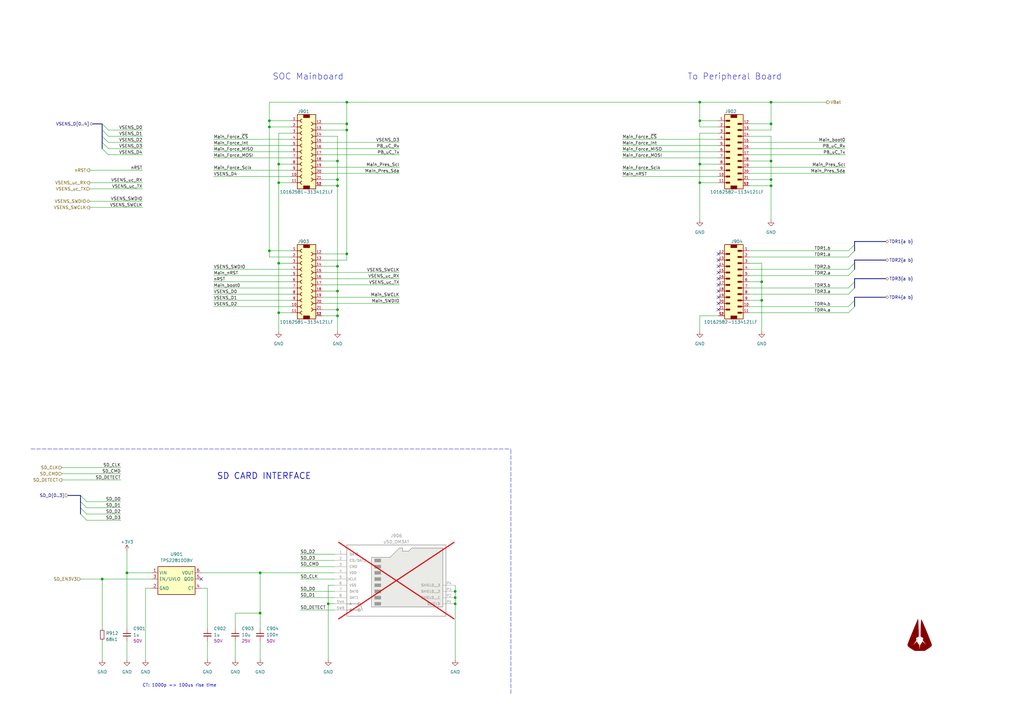
<source format=kicad_sch>
(kicad_sch (version 20230121) (generator eeschema)
  (paper "A3")
  (title_block (title "Velocity Sensor - Version 04") (date "2023-09-07") (rev "A") (company "Swiss Ocean Tech AG") (comment 1 "Designer: SNI, EVE"))
  (lib_symbols
    (symbol "Device:C_Small" (pin_numbers hide) (pin_names (offset 0.254) hide)
      (property "Reference" "C" (at 0.254 1.778 0))
      (property "Value" "C_Small" (at 0.254 -2.032 0))
      (symbol "C_Small_0_1"
        (polyline (pts (xy -1.524 -0.508) (xy 1.524 -0.508)) (stroke (width 0.3302)))
        (polyline (pts (xy -1.524 0.508) (xy 1.524 0.508)) (stroke (width 0.3048)))
      )
      (symbol "C_Small_1_1"
        (pin passive line (at 0 2.54 270) (length 2.032) (name "~") (number "1"))
        (pin passive line (at 0 -2.54 90) (length 2.032) (name "~") (number "2"))
      )
    )
    (symbol "Device:R_Small" (pin_numbers hide) (pin_names (offset 0.254) hide)
      (property "Reference" "R" (at 0.762 0.508 0))
      (property "Value" "R_Small" (at 0.762 -1.016 0))
      (symbol "R_Small_0_1"
        (rectangle (start -0.762 1.778) (end 0.762 -1.778) (stroke (width 0.2032)))
      )
      (symbol "R_Small_1_1"
        (pin passive line (at 0 2.54 270) (length 0.762) (name "~") (number "1"))
        (pin passive line (at 0 -2.54 90) (length 0.762) (name "~") (number "2"))
      )
    )
    (symbol "GND_1" (power) (pin_names (offset 0))
      (property "Value" "GND_1" (at 0 -3.81 0))
      (symbol "GND_1_0_1"
        (polyline (pts (xy 0 0) (xy 0 -1.27) (xy 1.27 -1.27) (xy 0 -2.54) (xy -1.27 -1.27) (xy 0 -1.27)))
      )
      (symbol "GND_1_1_1"
        (pin power_in line (at 0 0 270) (length 0) hide (name "GND") (number "1"))
      )
    )
    (symbol "SOC_Connectors:10162581-3134121LF_F" (pin_names (offset 1.016) hide)
      (property "Reference" "J" (at -7.62 19.05 0))
      (property "Value" "10162581-3134121LF" (at -7.62 -20.32 0))
      (symbol "10162581-3134121LF_F_0_0"
        (rectangle (start -3.81 17.78) (end 3.81 -12.7) (stroke (width 0.254)) (fill (type background)))
        (arc (start -1.905 -9.525) (mid -2.5373 -10.16) (end -1.905 -10.795) (stroke (width 0.254)))
        (arc (start -1.905 -6.985) (mid -2.5373 -7.62) (end -1.905 -8.255) (stroke (width 0.254)))
        (arc (start -1.905 -4.445) (mid -2.5373 -5.08) (end -1.905 -5.715) (stroke (width 0.254)))
        (arc (start -1.905 -1.905) (mid -2.5373 -2.54) (end -1.905 -3.175) (stroke (width 0.254)))
        (arc (start -1.905 0.635) (mid -2.5373 0) (end -1.905 -0.635) (stroke (width 0.254)))
        (arc (start -1.905 3.175) (mid -2.5373 2.54) (end -1.905 1.905) (stroke (width 0.254)))
        (arc (start -1.905 5.715) (mid -2.5373 5.08) (end -1.905 4.445) (stroke (width 0.254)))
        (arc (start -1.905 8.255) (mid -2.5373 7.62) (end -1.905 6.985) (stroke (width 0.254)))
        (arc (start -1.905 10.795) (mid -2.5373 10.16) (end -1.905 9.525) (stroke (width 0.254)))
        (arc (start -1.905 13.335) (mid -2.5373 12.7) (end -1.905 12.065) (stroke (width 0.254)))
        (arc (start -1.905 15.875) (mid -2.5373 15.24) (end -1.905 14.605) (stroke (width 0.254)))
        (polyline (pts (xy -3.81 -10.16) (xy -2.54 -10.16)) (stroke (width 0.254)))
        (polyline (pts (xy -3.81 -7.62) (xy -2.54 -7.62)) (stroke (width 0.254)))
        (polyline (pts (xy -3.81 -5.08) (xy -2.54 -5.08)) (stroke (width 0.254)))
        (polyline (pts (xy -3.81 -2.54) (xy -2.54 -2.54)) (stroke (width 0.254)))
        (polyline (pts (xy -3.81 0) (xy -2.54 0)) (stroke (width 0.254)))
        (polyline (pts (xy -3.81 2.54) (xy -2.54 2.54)) (stroke (width 0.254)))
        (polyline (pts (xy -3.81 5.08) (xy -2.54 5.08)) (stroke (width 0.254)))
        (polyline (pts (xy -3.81 7.62) (xy -2.54 7.62)) (stroke (width 0.254)))
        (polyline (pts (xy -3.81 10.16) (xy -2.54 10.16)) (stroke (width 0.254)))
        (polyline (pts (xy -3.81 12.7) (xy -2.54 12.7)) (stroke (width 0.254)))
        (polyline (pts (xy -3.81 15.24) (xy -2.54 15.24)) (stroke (width 0.254)))
        (polyline (pts (xy 3.81 -8.89) (xy 2.54 -8.89)) (stroke (width 0.254)))
        (polyline (pts (xy 3.81 -6.35) (xy 2.54 -6.35)) (stroke (width 0.254)))
        (polyline (pts (xy 3.81 -3.81) (xy 2.54 -3.81)) (stroke (width 0.254)))
        (polyline (pts (xy 3.81 -1.27) (xy 2.54 -1.27)) (stroke (width 0.254)))
        (polyline (pts (xy 3.81 1.27) (xy 2.54 1.27)) (stroke (width 0.254)))
        (polyline (pts (xy 3.81 3.81) (xy 2.54 3.81)) (stroke (width 0.254)))
        (polyline (pts (xy 3.81 6.35) (xy 2.54 6.35)) (stroke (width 0.254)))
        (polyline (pts (xy 3.81 8.89) (xy 2.54 8.89)) (stroke (width 0.254)))
        (polyline (pts (xy 3.81 11.43) (xy 2.54 11.43)) (stroke (width 0.254)))
        (polyline (pts (xy 3.81 13.97) (xy 2.54 13.97)) (stroke (width 0.254)))
        (arc (start 1.905 -9.525) (mid 2.5373 -8.89) (end 1.905 -8.255) (stroke (width 0.254)))
        (arc (start 1.905 -6.985) (mid 2.5373 -6.35) (end 1.905 -5.715) (stroke (width 0.254)))
        (arc (start 1.905 -4.445) (mid 2.5373 -3.81) (end 1.905 -3.175) (stroke (width 0.254)))
        (arc (start 1.905 -1.905) (mid 2.5373 -1.27) (end 1.905 -0.635) (stroke (width 0.254)))
        (arc (start 1.905 0.635) (mid 2.5373 1.27) (end 1.905 1.905) (stroke (width 0.254)))
        (arc (start 1.905 3.175) (mid 2.5373 3.81) (end 1.905 4.445) (stroke (width 0.254)))
        (arc (start 1.905 5.715) (mid 2.5373 6.35) (end 1.905 6.985) (stroke (width 0.254)))
        (arc (start 1.905 8.255) (mid 2.5373 8.89) (end 1.905 9.525) (stroke (width 0.254)))
        (arc (start 1.905 10.795) (mid 2.5373 11.43) (end 1.905 12.065) (stroke (width 0.254)))
        (arc (start 1.905 13.335) (mid 2.5373 13.97) (end 1.905 14.605) (stroke (width 0.254)))
        (pin passive line (at -6.35 15.24 0) (length 2.54) (name "1") (number "1"))
        (pin passive line (at -6.35 -7.62 0) (length 2.54) (name "10") (number "10"))
        (pin passive line (at -6.35 -10.16 0) (length 2.54) (name "11") (number "11"))
        (pin passive line (at 6.35 13.97 180) (length 2.54) (name "12") (number "12"))
        (pin passive line (at 6.35 11.43 180) (length 2.54) (name "13") (number "13"))
        (pin passive line (at 6.35 8.89 180) (length 2.54) (name "14") (number "14"))
        (pin passive line (at 6.35 6.35 180) (length 2.54) (name "15") (number "15"))
        (pin passive line (at 6.35 3.81 180) (length 2.54) (name "16") (number "16"))
        (pin passive line (at 6.35 1.27 180) (length 2.54) (name "17") (number "17"))
        (pin passive line (at 6.35 -1.27 180) (length 2.54) (name "18") (number "18"))
        (pin passive line (at 6.35 -3.81 180) (length 2.54) (name "19") (number "19"))
        (pin passive line (at -6.35 12.7 0) (length 2.54) (name "2") (number "2"))
        (pin passive line (at 6.35 -6.35 180) (length 2.54) (name "20") (number "20"))
        (pin passive line (at 6.35 -8.89 180) (length 2.54) (name "21") (number "21"))
        (pin passive line (at -6.35 10.16 0) (length 2.54) (name "3") (number "3"))
        (pin passive line (at -6.35 7.62 0) (length 2.54) (name "4") (number "4"))
        (pin passive line (at -6.35 5.08 0) (length 2.54) (name "5") (number "5"))
        (pin passive line (at -6.35 2.54 0) (length 2.54) (name "6") (number "6"))
        (pin passive line (at -6.35 0 0) (length 2.54) (name "7") (number "7"))
        (pin passive line (at -6.35 -2.54 0) (length 2.54) (name "8") (number "8"))
        (pin passive line (at -6.35 -5.08 0) (length 2.54) (name "9") (number "9"))
        (pin passive line (at 6.35 -11.43 180) (length 2.54) (name "SHIELD") (number "S1"))
        (pin passive line (at 6.35 -11.43 180) (length 2.54) (name "SHIELD") (number "S2"))
      )
      (symbol "10162581-3134121LF_F_1_1"
        (rectangle (start -1.27 -11.43) (end 1.27 -12.7) (fill (type outline)))
        (rectangle (start -1.27 17.78) (end 1.27 16.51) (fill (type outline)))
      )
    )
    (symbol "SOC_Connectors:10162582-1134121LF_M" (pin_names (offset 1.016) hide)
      (property "Reference" "J" (at -3.81 19.05 0))
      (property "Value" "10162582-1134121LF" (at -10.16 -15.24 0))
      (symbol "10162582-1134121LF_M_0_0"
        (rectangle (start -3.81 17.78) (end 3.81 -12.7) (stroke (width 0.254)) (fill (type background)))
        (rectangle (start -3.175 -10.4775) (end -1.5875 -9.8425) (stroke (width 0.1)) (fill (type outline)))
        (rectangle (start -3.175 -7.9375) (end -1.5875 -7.3025) (stroke (width 0.1)) (fill (type outline)))
        (rectangle (start -3.175 -5.3975) (end -1.5875 -4.7625) (stroke (width 0.1)) (fill (type outline)))
        (rectangle (start -3.175 -2.8575) (end -1.5875 -2.2225) (stroke (width 0.1)) (fill (type outline)))
        (rectangle (start -3.175 -0.3175) (end -1.5875 0.3175) (stroke (width 0.1)) (fill (type outline)))
        (rectangle (start -3.175 2.2225) (end -1.5875 2.8575) (stroke (width 0.1)) (fill (type outline)))
        (rectangle (start -3.175 4.7625) (end -1.5875 5.3975) (stroke (width 0.1)) (fill (type outline)))
        (rectangle (start -3.175 7.3025) (end -1.5875 7.9375) (stroke (width 0.1)) (fill (type outline)))
        (rectangle (start -3.175 9.8425) (end -1.5875 10.4775) (stroke (width 0.1)) (fill (type outline)))
        (rectangle (start -3.175 12.3825) (end -1.5875 13.0175) (stroke (width 0.1)) (fill (type outline)))
        (rectangle (start -3.175 14.9225) (end -1.5875 15.5575) (stroke (width 0.1)) (fill (type outline)))
        (polyline (pts (xy -3.81 -10.16) (xy -1.905 -10.16)) (stroke (width 0.254)))
        (polyline (pts (xy -3.81 -7.62) (xy -1.905 -7.62)) (stroke (width 0.254)))
        (polyline (pts (xy -3.81 -5.08) (xy -1.905 -5.08)) (stroke (width 0.254)))
        (polyline (pts (xy -3.81 -2.54) (xy -1.905 -2.54)) (stroke (width 0.254)))
        (polyline (pts (xy -3.81 0) (xy -1.905 0)) (stroke (width 0.254)))
        (polyline (pts (xy -3.81 2.54) (xy -1.905 2.54)) (stroke (width 0.254)))
        (polyline (pts (xy -3.81 5.08) (xy -1.905 5.08)) (stroke (width 0.254)))
        (polyline (pts (xy -3.81 7.62) (xy -1.905 7.62)) (stroke (width 0.254)))
        (polyline (pts (xy -3.81 10.16) (xy -1.905 10.16)) (stroke (width 0.254)))
        (polyline (pts (xy -3.81 12.7) (xy -1.905 12.7)) (stroke (width 0.254)))
        (polyline (pts (xy -3.81 15.24) (xy -1.905 15.24)) (stroke (width 0.254)))
        (polyline (pts (xy 3.81 -8.89) (xy 1.905 -8.89)) (stroke (width 0.254)))
        (polyline (pts (xy 3.81 -6.35) (xy 1.905 -6.35)) (stroke (width 0.254)))
        (polyline (pts (xy 3.81 -3.81) (xy 1.905 -3.81)) (stroke (width 0.254)))
        (polyline (pts (xy 3.81 -1.27) (xy 1.905 -1.27)) (stroke (width 0.254)))
        (polyline (pts (xy 3.81 1.27) (xy 1.905 1.27)) (stroke (width 0.254)))
        (polyline (pts (xy 3.81 3.81) (xy 1.905 3.81)) (stroke (width 0.254)))
        (polyline (pts (xy 3.81 6.35) (xy 1.905 6.35)) (stroke (width 0.254)))
        (polyline (pts (xy 3.81 8.89) (xy 1.905 8.89)) (stroke (width 0.254)))
        (polyline (pts (xy 3.81 11.43) (xy 1.905 11.43)) (stroke (width 0.254)))
        (polyline (pts (xy 3.81 13.97) (xy 1.905 13.97)) (stroke (width 0.254)))
        (rectangle (start 3.175 -9.2075) (end 1.5875 -8.5725) (stroke (width 0.1)) (fill (type outline)))
        (rectangle (start 3.175 -6.6675) (end 1.5875 -6.0325) (stroke (width 0.1)) (fill (type outline)))
        (rectangle (start 3.175 -4.1275) (end 1.5875 -3.4925) (stroke (width 0.1)) (fill (type outline)))
        (rectangle (start 3.175 -1.5875) (end 1.5875 -0.9525) (stroke (width 0.1)) (fill (type outline)))
        (rectangle (start 3.175 0.9525) (end 1.5875 1.5875) (stroke (width 0.1)) (fill (type outline)))
        (rectangle (start 3.175 3.4925) (end 1.5875 4.1275) (stroke (width 0.1)) (fill (type outline)))
        (rectangle (start 3.175 6.0325) (end 1.5875 6.6675) (stroke (width 0.1)) (fill (type outline)))
        (rectangle (start 3.175 8.5725) (end 1.5875 9.2075) (stroke (width 0.1)) (fill (type outline)))
        (rectangle (start 3.175 11.1125) (end 1.5875 11.7475) (stroke (width 0.1)) (fill (type outline)))
        (rectangle (start 3.175 13.6525) (end 1.5875 14.2875) (stroke (width 0.1)) (fill (type outline)))
        (pin passive line (at -6.35 15.24 0) (length 2.54) (name "1") (number "1"))
        (pin passive line (at -6.35 -7.62 0) (length 2.54) (name "10") (number "10"))
        (pin passive line (at -6.35 -10.16 0) (length 2.54) (name "11") (number "11"))
        (pin passive line (at 6.35 13.97 180) (length 2.54) (name "12") (number "12"))
        (pin passive line (at 6.35 11.43 180) (length 2.54) (name "13") (number "13"))
        (pin passive line (at 6.35 8.89 180) (length 2.54) (name "14") (number "14"))
        (pin passive line (at 6.35 6.35 180) (length 2.54) (name "15") (number "15"))
        (pin passive line (at 6.35 3.81 180) (length 2.54) (name "16") (number "16"))
        (pin passive line (at 6.35 1.27 180) (length 2.54) (name "17") (number "17"))
        (pin passive line (at 6.35 -1.27 180) (length 2.54) (name "18") (number "18"))
        (pin passive line (at 6.35 -3.81 180) (length 2.54) (name "19") (number "19"))
        (pin passive line (at -6.35 12.7 0) (length 2.54) (name "2") (number "2"))
        (pin passive line (at 6.35 -6.35 180) (length 2.54) (name "20") (number "20"))
        (pin passive line (at 6.35 -8.89 180) (length 2.54) (name "21") (number "21"))
        (pin passive line (at -6.35 10.16 0) (length 2.54) (name "3") (number "3"))
        (pin passive line (at -6.35 7.62 0) (length 2.54) (name "4") (number "4"))
        (pin passive line (at -6.35 5.08 0) (length 2.54) (name "5") (number "5"))
        (pin passive line (at -6.35 2.54 0) (length 2.54) (name "6") (number "6"))
        (pin passive line (at -6.35 0 0) (length 2.54) (name "7") (number "7"))
        (pin passive line (at -6.35 -2.54 0) (length 2.54) (name "8") (number "8"))
        (pin passive line (at -6.35 -5.08 0) (length 2.54) (name "9") (number "9"))
        (pin passive line (at 6.35 -11.43 180) (length 2.54) (name "SHIELD") (number "S1"))
        (pin passive line (at 6.35 -11.43 180) (length 2.54) (name "SHIELD") (number "S2"))
      )
      (symbol "10162582-1134121LF_M_1_1"
        (rectangle (start -1.27 -11.43) (end 1.27 -12.7) (fill (type outline)))
        (rectangle (start -1.27 17.78) (end 1.27 16.51) (fill (type outline)))
      )
    )
    (symbol "SOC_Connectors:DM3AT-SF-PEJM5" (pin_names (offset 1.016))
      (property "Reference" "J" (at 45.72 11.43 0))
      (property "Value" "uSD_DM3AT" (at 74.93 -21.59 0))
      (symbol "DM3AT-SF-PEJM5_0_0"
        (polyline (pts (xy 45.72 -16.51) (xy 50.8 -16.51)) (stroke (width 0.254)))
        (polyline (pts (xy 45.72 -13.97) (xy 50.8 -13.97)) (stroke (width 0.254)))
        (polyline (pts (xy 51.308 -13.97) (xy 52.07 -16.51)) (stroke (width 0.254)))
        (circle (center 50.8 -16.51) (radius 0.508) (stroke (width 0.254)))
        (circle (center 50.8 -13.97) (radius 0.508) (stroke (width 0.254)))
        (pin bidirectional line (at 40.64 6.35 0) (length 5.08) (name "DAT2") (number "1"))
        (pin bidirectional line (at 40.64 3.81 0) (length 5.08) (name "CD/DAT3") (number "2"))
        (pin bidirectional line (at 40.64 1.27 0) (length 5.08) (name "CMD") (number "3"))
        (pin power_in line (at 40.64 -1.27 0) (length 5.08) (name "VDD") (number "4"))
        (pin bidirectional clock (at 40.64 -3.81 0) (length 5.08) (name "CLK") (number "5"))
        (pin power_in line (at 40.64 -6.35 0) (length 5.08) (name "VSS") (number "6"))
        (pin bidirectional line (at 40.64 -8.89 0) (length 5.08) (name "DAT0") (number "7"))
        (pin bidirectional line (at 40.64 -11.43 0) (length 5.08) (name "DAT1") (number "8"))
        (pin passive line (at 90.17 -13.97 180) (length 5.08) (name "SHIELD") (number "P1"))
        (pin passive line (at 90.17 -11.43 180) (length 5.08) (name "SHIELD__1") (number "P2"))
        (pin passive line (at 90.17 -8.89 180) (length 5.08) (name "SHIELD__2") (number "P3"))
        (pin passive line (at 90.17 -6.35 180) (length 5.08) (name "SHIELD__3") (number "P4"))
        (pin bidirectional line (at 40.64 -13.97 0) (length 5.08) (name "A") (number "SWA"))
        (pin bidirectional line (at 40.64 -16.51 0) (length 5.08) (name "B") (number "SWB"))
      )
      (symbol "DM3AT-SF-PEJM5_0_1"
        (polyline (pts (xy 86.36 -3.81) (xy 86.36 10.16) (xy 45.72 10.16) (xy 45.72 -19.05) (xy 86.36 -19.05) (xy 86.36 -3.81)) (stroke (width 0.254)))
        (polyline (pts (xy 55.88 -15.24) (xy 55.88 5.08) (xy 63.5 5.08) (xy 67.31 8.89) (xy 68.58 8.89) (xy 68.58 7.62) (xy 71.12 7.62) (xy 72.39 8.89) (xy 85.09 8.89) (xy 85.09 -15.24) (xy 55.88 -15.24)) (stroke (width 0.254)) (fill (type background)))
        (rectangle (start 57.15 -13.335) (end 59.69 -14.605) (fill (type outline)))
        (rectangle (start 57.15 -10.795) (end 59.69 -12.065) (fill (type outline)))
        (rectangle (start 57.15 -8.255) (end 59.69 -9.525) (fill (type outline)))
        (rectangle (start 57.15 -5.715) (end 59.69 -6.985) (fill (type outline)))
        (rectangle (start 57.15 -3.175) (end 59.69 -4.445) (fill (type outline)))
        (rectangle (start 57.15 -0.635) (end 59.69 -1.905) (fill (type outline)))
        (rectangle (start 57.15 1.905) (end 59.69 0.635) (fill (type outline)))
        (rectangle (start 57.15 4.445) (end 59.69 3.175) (fill (type outline)))
      )
    )
    (symbol "SOC_Logo:LOGO_AGU" (pin_names (offset 1.016))
      (symbol "LOGO_AGU_0_0"
        (polyline (pts (xy 0.0878 -6.5817) (xy 2.0806 -6.5616) (xy 3.3428 -5.7571) (xy 3.7441 -5.4975) (xy 4.1782 -5.1993) (xy 4.4948 -4.9505) (xy 4.7116 -4.7326) (xy 4.8463 -4.5267) (xy 4.9169 -4.3143) (xy 4.9409 -4.0766) (xy 4.9154 -3.9495) (xy 4.8325 -3.6865) (xy 4.6982 -3.3067) (xy 4.5188 -2.8254) (xy 4.3007 -2.2577) (xy 4.05 -1.619) (xy 3.7733 -0.9245) (xy 3.4766 -0.1893) (xy 3.1665 0.5711) (xy 2.8491 1.3417) (xy 2.5308 2.1072) (xy 2.2179 2.8523) (xy 1.9167 3.5617) (xy 1.6335 4.2204) (xy 1.3746 4.8129) (xy 1.1463 5.3242) (xy 0.9549 5.7389) (xy 0.8068 6.0417) (xy 0.7083 6.2176) (xy 0.6655 6.2512) (xy 0.6594 6.2245) (xy 0.6355 6.0296) (xy 0.609 5.6969) (xy 0.5808 5.2509) (xy 0.552 4.7161) (xy 0.5238 4.117) (xy 0.497 3.4782) (xy 0.4728 2.8243) (xy 0.4522 2.1797) (xy 0.4363 1.569) (xy 0.4261 1.0167) (xy 0.4226 0.5474) (xy 0.4233 -0.7256) (xy 0.9737 -0.997) (xy 1.0044 -1.0123) (xy 1.2673 -1.1558) (xy 1.4534 -1.2798) (xy 1.524 -1.3587) (xy 1.52 -1.3999) (xy 1.486 -1.5814) (xy 1.4284 -1.8285) (xy 1.3328 -2.2081) (xy 2.069 -3.3265) (xy 2.8051 -4.445) (xy 1.9857 -3.6149) (xy 1.8886 -3.5169) (xy 1.6022 -3.2321) (xy 1.368 -3.0054) (xy 1.2078 -2.8578) (xy 1.1438 -2.8106) (xy 1.1291 -2.8341) (xy 1.0553 -2.9712) (xy 0.9465 -3.1834) (xy 0.8709 -3.3218) (xy 0.6802 -3.628) (xy 0.4746 -3.9194) (xy 0.4606 -3.9379) (xy 0.328 -4.1239) (xy 0.241 -4.2924) (xy 0.1861 -4.4902) (xy 0.1499 -4.7638) (xy 0.1191 -5.1598) (xy 0.0991 -5.4109) (xy 0.0656 -5.7207) (xy 0.0311 -5.9327) (xy 0.0006 -6.0113) (xy -0.0192 -5.9745) (xy -0.0524 -5.8018) (xy -0.0859 -5.52) (xy -0.1147 -5.1648) (xy -0.1178 -5.1177) (xy -0.1471 -4.7382) (xy -0.1835 -4.476) (xy -0.2406 -4.2844) (xy -0.3319 -4.1161) (xy -0.4709 -3.9244) (xy -0.5847 -3.7681) (xy -0.7898 -3.4569) (xy -0.9465 -3.1834) (xy -1 -3.0781) (xy -1.0944 -2.8962) (xy -1.1401 -2.8143) (xy -1.1482 -2.8175) (xy -1.244 -2.8995) (xy -1.4299 -3.0744) (xy -1.6837 -3.3211) (xy -1.9833 -3.6186) (xy -2.8079 -4.445) (xy -2.0704 -3.3265) (xy -1.3329 -2.2081) (xy -1.4284 -1.8285) (xy -1.4555 -1.7172) (xy -1.5046 -1.4903) (xy -1.524 -1.3587) (xy -1.5232 -1.3532) (xy -1.4385 -1.2683) (xy -1.2425 -1.1411) (xy -0.9737 -0.997) (xy -0.4233 -0.7256) (xy -0.422 0.5474) (xy -0.4224 0.7045) (xy -0.4282 1.1676) (xy -0.4401 1.708) (xy -0.457 2.3034) (xy -0.478 2.9313) (xy -0.5022 3.5693) (xy -0.5285 4.195) (xy -0.556 4.7859) (xy -0.5837 5.3197) (xy -0.6106 5.7739) (xy -0.6359 6.1261) (xy -0.6584 6.3538) (xy -0.6772 6.4347) (xy -0.6851 6.4237) (xy -0.748 6.2919) (xy -0.8679 6.0213) (xy -1.0392 5.6251) (xy -1.2564 5.1162) (xy -1.5139 4.5075) (xy -1.8064 3.8121) (xy -2.1282 3.043) (xy -2.4739 2.213) (xy -2.838 1.3353) (xy -3.0126 0.9132) (xy -3.4507 -0.1505) (xy -3.8259 -1.0691) (xy -4.1412 -1.8502) (xy -4.3995 -2.5015) (xy -4.6039 -3.0306) (xy -4.7572 -3.4451) (xy -4.8625 -3.7527) (xy -4.9228 -3.9611) (xy -4.9409 -4.0779) (xy -4.9399 -4.1077) (xy -4.9062 -4.3573) (xy -4.8153 -4.583) (xy -4.6487 -4.8055) (xy -4.3879 -5.0452) (xy -4.0142 -5.3226) (xy -3.5091 -5.6582) (xy -3.3266 -5.7751) (xy -2.9347 -6.0221) (xy -2.588 -6.2356) (xy -2.3187 -6.3957) (xy -2.159 -6.4828) (xy -2.1376 -6.4921) (xy -2.0042 -6.5296) (xy -1.8028 -6.5568) (xy -1.5131 -6.5748) (xy -1.115 -6.5843) (xy -0.5881 -6.5863) (xy 0.0878 -6.5817)) (stroke (width 0.01)) (fill (type outline)))
      )
    )
    (symbol "SOC_Power:TPS22810DBV"
      (property "Reference" "U" (at -6.35 6.35 0))
      (property "Value" "TPS22810DBV" (at -1.27 -7.62 0))
      (symbol "TPS22810DBV_1_1"
        (rectangle (start -7.62 5.08) (end 7.62 -6.35) (stroke (width 0.254)) (fill (type background)))
        (pin power_in line (at -10.16 2.54 0) (length 2.54) (name "VIN") (number "1"))
        (pin power_in line (at -10.16 -3.81 0) (length 2.54) (name "GND") (number "2"))
        (pin input line (at -10.16 0 0) (length 2.54) (name "EN/UVLO") (number "3"))
        (pin output line (at 10.16 -3.81 180) (length 2.54) (name "CT") (number "4"))
        (pin open_collector line (at 10.16 0 180) (length 2.54) (name "QOD") (number "5"))
        (pin power_out line (at 10.16 2.54 180) (length 2.54) (name "VOUT") (number "6"))
      )
    )
    (symbol "power:+3V3" (power) (pin_names (offset 0))
      (property "Value" "+3V3" (at 0 3.556 0))
      (symbol "+3V3_0_1"
        (polyline (pts (xy -0.762 1.27) (xy 0 2.54)))
        (polyline (pts (xy 0 0) (xy 0 2.54)))
        (polyline (pts (xy 0 2.54) (xy 0.762 1.27)))
      )
      (symbol "+3V3_1_1"
        (pin power_in line (at 0 0 90) (length 0) hide (name "+3V3") (number "1"))
      )
    )
    (symbol "power:GND" (power) (pin_names (offset 0))
      (property "Value" "GND" (at 0 -3.81 0))
      (symbol "GND_0_1"
        (polyline (pts (xy 0 0) (xy 0 -1.27) (xy 1.27 -1.27) (xy 0 -2.54) (xy -1.27 -1.27) (xy 0 -1.27)))
      )
      (symbol "GND_1_1"
        (pin power_in line (at 0 0 270) (length 0) hide (name "GND") (number "1"))
      )
    )
  )
  (junction (at 138.43 66.04))
  (junction (at 114.3 67.31))
  (junction (at 287.02 67.31))
  (junction (at 138.43 119.38))
  (junction (at 138.43 109.22))
  (junction (at 41.91 237.49))
  (junction (at 142.24 53.34))
  (junction (at 138.43 76.2))
  (junction (at 287.02 49.53))
  (junction (at 110.49 102.87))
  (junction (at 138.43 127))
  (junction (at 316.23 76.2))
  (junction (at 316.23 66.04))
  (junction (at 114.3 74.93))
  (junction (at 316.23 50.8))
  (junction (at 52.07 234.95))
  (junction (at 186.69 245.11))
  (junction (at 316.23 73.66))
  (junction (at 134.62 247.65))
  (junction (at 110.49 49.53))
  (junction (at 138.43 129.54))
  (junction (at 114.3 107.95))
  (junction (at 142.24 41.91))
  (junction (at 142.24 104.14))
  (junction (at 110.49 52.07))
  (junction (at 186.69 247.65))
  (junction (at 316.23 41.91))
  (junction (at 312.42 123.19))
  (junction (at 106.68 251.46))
  (junction (at 142.24 50.8))
  (junction (at 287.02 41.91))
  (junction (at 186.69 242.57))
  (junction (at 114.3 128.27))
  (junction (at 106.68 234.95))
  (junction (at 138.43 73.66))
  (junction (at 312.42 115.57))
  (junction (at 287.02 74.93))
  (no_connect (at 294.64 116.84))
  (no_connect (at 294.64 111.76))
  (no_connect (at 294.64 121.92))
  (no_connect (at 294.64 106.68))
  (no_connect (at 294.64 124.46))
  (no_connect (at 294.64 114.3))
  (no_connect (at 294.64 127))
  (no_connect (at 294.64 104.14))
  (no_connect (at 82.55 237.49))
  (no_connect (at 294.64 109.22))
  (no_connect (at 294.64 119.38))
  (bus_entry (at 41.91 53.34) (size 2.54 2.54))
  (bus_entry (at 350.52 123.19) (size -2.54 2.54))
  (bus_entry (at 350.52 115.57) (size -2.54 2.54))
  (bus_entry (at 33.02 203.2) (size 2.54 2.54))
  (bus_entry (at 350.52 110.49) (size -2.54 2.54))
  (bus_entry (at 41.91 50.8) (size 2.54 2.54))
  (bus_entry (at 33.02 208.28) (size 2.54 2.54))
  (bus_entry (at 350.52 125.73) (size -2.54 2.54))
  (bus_entry (at 350.52 118.11) (size -2.54 2.54))
  (bus_entry (at 350.52 100.33) (size -2.54 2.54))
  (bus_entry (at 41.91 58.42) (size 2.54 2.54))
  (bus_entry (at 41.91 60.96) (size 2.54 2.54))
  (bus_entry (at 41.91 55.88) (size 2.54 2.54))
  (bus_entry (at 350.52 107.95) (size -2.54 2.54))
  (bus_entry (at 33.02 205.74) (size 2.54 2.54))
  (bus_entry (at 33.02 210.82) (size 2.54 2.54))
  (bus_entry (at 350.52 102.87) (size -2.54 2.54))
  (wire (pts (xy 110.49 52.07) (xy 110.49 49.53)))
  (wire (pts (xy 316.23 73.66) (xy 316.23 66.04)))
  (wire (pts (xy 307.34 58.42) (xy 346.71 58.42)))
  (wire (pts (xy 106.68 251.46) (xy 96.52 251.46)))
  (wire (pts (xy 96.52 262.89) (xy 96.52 270.51)))
  (wire (pts (xy 87.63 120.65) (xy 119.38 120.65)))
  (wire (pts (xy 316.23 90.17) (xy 316.23 76.2)))
  (wire (pts (xy 186.69 247.65) (xy 186.69 270.51)))
  (wire (pts (xy 307.34 105.41) (xy 347.98 105.41)))
  (wire (pts (xy 110.49 41.91) (xy 142.24 41.91)))
  (wire (pts (xy 287.02 41.91) (xy 287.02 49.53)))
  (wire (pts (xy 132.08 71.12) (xy 163.83 71.12)))
  (wire (pts (xy 142.24 41.91) (xy 142.24 50.8)))
  (wire (pts (xy 35.56 210.82) (xy 49.53 210.82)))
  (wire (pts (xy 52.07 226.06) (xy 52.07 234.95)))
  (wire (pts (xy 87.63 64.77) (xy 119.38 64.77)))
  (wire (pts (xy 255.27 72.39) (xy 294.64 72.39)))
  (wire (pts (xy 35.56 208.28) (xy 49.53 208.28)))
  (wire (pts (xy 114.3 67.31) (xy 119.38 67.31)))
  (wire (pts (xy 132.08 76.2) (xy 138.43 76.2)))
  (wire (pts (xy 59.69 241.3) (xy 62.23 241.3)))
  (wire (pts (xy 307.34 63.5) (xy 346.71 63.5)))
  (wire (pts (xy 44.45 60.96) (xy 58.42 60.96)))
  (bus (pts (xy 350.52 115.57) (xy 350.52 118.11)))
  (wire (pts (xy 307.34 71.12) (xy 346.71 71.12)))
  (wire (pts (xy 138.43 66.04) (xy 138.43 73.66)))
  (wire (pts (xy 87.63 123.19) (xy 119.38 123.19)))
  (wire (pts (xy 96.52 257.81) (xy 96.52 251.46)))
  (wire (pts (xy 87.63 57.15) (xy 119.38 57.15)))
  (wire (pts (xy 85.09 241.3) (xy 82.55 241.3)))
  (wire (pts (xy 36.83 82.55) (xy 58.42 82.55)))
  (wire (pts (xy 44.45 63.5) (xy 58.42 63.5)))
  (wire (pts (xy 59.69 241.3) (xy 59.69 270.51)))
  (wire (pts (xy 142.24 53.34) (xy 142.24 104.14)))
  (wire (pts (xy 134.62 240.03) (xy 134.62 247.65)))
  (wire (pts (xy 123.19 245.11) (xy 137.16 245.11)))
  (wire (pts (xy 316.23 41.91) (xy 316.23 50.8)))
  (wire (pts (xy 137.16 240.03) (xy 134.62 240.03)))
  (wire (pts (xy 87.63 72.39) (xy 119.38 72.39)))
  (wire (pts (xy 163.83 124.46) (xy 132.08 124.46)))
  (wire (pts (xy 25.4 194.31) (xy 49.53 194.31)))
  (wire (pts (xy 312.42 123.19) (xy 312.42 135.89)))
  (wire (pts (xy 287.02 74.93) (xy 287.02 90.17)))
  (wire (pts (xy 287.02 67.31) (xy 294.64 67.31)))
  (wire (pts (xy 307.34 123.19) (xy 312.42 123.19)))
  (wire (pts (xy 87.63 113.03) (xy 119.38 113.03)))
  (bus (pts (xy 350.52 106.68) (xy 350.52 107.95)))
  (wire (pts (xy 123.19 229.87) (xy 137.16 229.87)))
  (wire (pts (xy 25.4 196.85) (xy 49.53 196.85)))
  (wire (pts (xy 132.08 111.76) (xy 163.83 111.76)))
  (wire (pts (xy 114.3 74.93) (xy 119.38 74.93)))
  (wire (pts (xy 114.3 74.93) (xy 114.3 107.95)))
  (wire (pts (xy 36.83 69.85) (xy 58.42 69.85)))
  (wire (pts (xy 119.38 118.11) (xy 87.63 118.11)))
  (wire (pts (xy 106.68 234.95) (xy 137.16 234.95)))
  (wire (pts (xy 132.08 129.54) (xy 138.43 129.54)))
  (wire (pts (xy 312.42 107.95) (xy 312.42 115.57)))
  (wire (pts (xy 307.34 60.96) (xy 346.71 60.96)))
  (wire (pts (xy 132.08 63.5) (xy 163.83 63.5)))
  (wire (pts (xy 106.68 234.95) (xy 106.68 251.46)))
  (wire (pts (xy 110.49 102.87) (xy 119.38 102.87)))
  (wire (pts (xy 119.38 54.61) (xy 114.3 54.61)))
  (wire (pts (xy 110.49 105.41) (xy 119.38 105.41)))
  (wire (pts (xy 110.49 102.87) (xy 110.49 105.41)))
  (wire (pts (xy 307.34 66.04) (xy 316.23 66.04)))
  (wire (pts (xy 36.83 85.09) (xy 58.42 85.09)))
  (wire (pts (xy 142.24 41.91) (xy 287.02 41.91)))
  (bus (pts (xy 41.91 50.8) (xy 41.91 53.34)))
  (wire (pts (xy 132.08 73.66) (xy 138.43 73.66)))
  (wire (pts (xy 138.43 129.54) (xy 138.43 135.89)))
  (wire (pts (xy 307.34 120.65) (xy 347.98 120.65)))
  (wire (pts (xy 287.02 74.93) (xy 294.64 74.93)))
  (wire (pts (xy 138.43 127) (xy 138.43 129.54)))
  (wire (pts (xy 44.45 58.42) (xy 58.42 58.42)))
  (wire (pts (xy 307.34 125.73) (xy 347.98 125.73)))
  (wire (pts (xy 138.43 109.22) (xy 138.43 119.38)))
  (wire (pts (xy 142.24 53.34) (xy 132.08 53.34)))
  (wire (pts (xy 186.69 245.11) (xy 186.69 247.65)))
  (wire (pts (xy 110.49 49.53) (xy 119.38 49.53)))
  (wire (pts (xy 255.27 69.85) (xy 294.64 69.85)))
  (wire (pts (xy 134.62 247.65) (xy 134.62 270.51)))
  (wire (pts (xy 119.38 110.49) (xy 87.63 110.49)))
  (wire (pts (xy 294.64 54.61) (xy 287.02 54.61)))
  (wire (pts (xy 41.91 262.89) (xy 41.91 270.51)))
  (wire (pts (xy 132.08 127) (xy 138.43 127)))
  (wire (pts (xy 307.34 107.95) (xy 312.42 107.95)))
  (wire (pts (xy 25.4 191.77) (xy 49.53 191.77)))
  (wire (pts (xy 255.27 64.77) (xy 294.64 64.77)))
  (bus (pts (xy 27.94 203.2) (xy 33.02 203.2)))
  (wire (pts (xy 307.34 76.2) (xy 316.23 76.2)))
  (wire (pts (xy 287.02 52.07) (xy 287.02 49.53)))
  (wire (pts (xy 82.55 234.95) (xy 106.68 234.95)))
  (wire (pts (xy 163.83 58.42) (xy 132.08 58.42)))
  (wire (pts (xy 114.3 67.31) (xy 114.3 74.93)))
  (wire (pts (xy 142.24 50.8) (xy 142.24 53.34)))
  (bus (pts (xy 350.52 99.06) (xy 350.52 100.33)))
  (wire (pts (xy 186.69 240.03) (xy 186.69 242.57)))
  (wire (pts (xy 110.49 41.91) (xy 110.49 49.53)))
  (bus (pts (xy 363.22 106.68) (xy 350.52 106.68)))
  (bus (pts (xy 363.22 114.3) (xy 350.52 114.3)))
  (bus (pts (xy 41.91 58.42) (xy 41.91 60.96)))
  (wire (pts (xy 132.08 66.04) (xy 138.43 66.04)))
  (wire (pts (xy 123.19 250.19) (xy 137.16 250.19)))
  (wire (pts (xy 52.07 234.95) (xy 52.07 257.81)))
  (polyline (pts (xy 209.55 284.48) (xy 209.55 184.15)) (stroke (width 0) (type dash)))
  (wire (pts (xy 316.23 55.88) (xy 307.34 55.88)))
  (wire (pts (xy 307.34 128.27) (xy 347.98 128.27)))
  (wire (pts (xy 119.38 52.07) (xy 110.49 52.07)))
  (wire (pts (xy 138.43 76.2) (xy 138.43 109.22)))
  (wire (pts (xy 87.63 69.85) (xy 119.38 69.85)))
  (wire (pts (xy 294.64 52.07) (xy 287.02 52.07)))
  (wire (pts (xy 132.08 116.84) (xy 163.83 116.84)))
  (wire (pts (xy 287.02 41.91) (xy 316.23 41.91)))
  (wire (pts (xy 123.19 242.57) (xy 137.16 242.57)))
  (wire (pts (xy 35.56 213.36) (xy 49.53 213.36)))
  (wire (pts (xy 132.08 114.3) (xy 163.83 114.3)))
  (bus (pts (xy 38.1 50.8) (xy 41.91 50.8)))
  (wire (pts (xy 307.34 113.03) (xy 347.98 113.03)))
  (wire (pts (xy 307.34 68.58) (xy 346.71 68.58)))
  (wire (pts (xy 134.62 247.65) (xy 137.16 247.65)))
  (wire (pts (xy 52.07 234.95) (xy 62.23 234.95)))
  (wire (pts (xy 287.02 135.89) (xy 287.02 129.54)))
  (bus (pts (xy 41.91 55.88) (xy 41.91 58.42)))
  (wire (pts (xy 255.27 62.23) (xy 294.64 62.23)))
  (wire (pts (xy 132.08 68.58) (xy 163.83 68.58)))
  (wire (pts (xy 132.08 60.96) (xy 163.83 60.96)))
  (wire (pts (xy 138.43 55.88) (xy 138.43 66.04)))
  (wire (pts (xy 85.09 262.89) (xy 85.09 270.51)))
  (wire (pts (xy 36.83 74.93) (xy 58.42 74.93)))
  (wire (pts (xy 142.24 104.14) (xy 142.24 106.68)))
  (wire (pts (xy 132.08 55.88) (xy 138.43 55.88)))
  (wire (pts (xy 85.09 257.81) (xy 85.09 241.3)))
  (wire (pts (xy 307.34 110.49) (xy 347.98 110.49)))
  (wire (pts (xy 307.34 118.11) (xy 347.98 118.11)))
  (wire (pts (xy 87.63 115.57) (xy 119.38 115.57)))
  (bus (pts (xy 363.22 121.92) (xy 350.52 121.92)))
  (wire (pts (xy 307.34 50.8) (xy 316.23 50.8)))
  (wire (pts (xy 287.02 67.31) (xy 287.02 74.93)))
  (wire (pts (xy 114.3 128.27) (xy 119.38 128.27)))
  (wire (pts (xy 123.19 232.41) (xy 137.16 232.41)))
  (wire (pts (xy 106.68 262.89) (xy 106.68 270.51)))
  (wire (pts (xy 44.45 55.88) (xy 58.42 55.88)))
  (wire (pts (xy 41.91 237.49) (xy 62.23 237.49)))
  (bus (pts (xy 33.02 203.2) (xy 33.02 205.74)))
  (wire (pts (xy 123.19 227.33) (xy 137.16 227.33)))
  (bus (pts (xy 363.22 99.06) (xy 350.52 99.06)))
  (wire (pts (xy 307.34 102.87) (xy 347.98 102.87)))
  (wire (pts (xy 287.02 54.61) (xy 287.02 67.31)))
  (wire (pts (xy 123.19 237.49) (xy 137.16 237.49)))
  (wire (pts (xy 41.91 237.49) (xy 41.91 257.81)))
  (wire (pts (xy 316.23 41.91) (xy 339.09 41.91)))
  (wire (pts (xy 186.69 242.57) (xy 186.69 245.11)))
  (wire (pts (xy 114.3 54.61) (xy 114.3 67.31)))
  (wire (pts (xy 287.02 129.54) (xy 294.64 129.54)))
  (bus (pts (xy 350.52 107.95) (xy 350.52 110.49)))
  (wire (pts (xy 316.23 50.8) (xy 316.23 53.34)))
  (bus (pts (xy 41.91 53.34) (xy 41.91 55.88)))
  (wire (pts (xy 307.34 73.66) (xy 316.23 73.66)))
  (wire (pts (xy 307.34 115.57) (xy 312.42 115.57)))
  (bus (pts (xy 350.52 114.3) (xy 350.52 115.57)))
  (bus (pts (xy 350.52 123.19) (xy 350.52 125.73)))
  (wire (pts (xy 312.42 115.57) (xy 312.42 123.19)))
  (wire (pts (xy 33.02 237.49) (xy 41.91 237.49)))
  (wire (pts (xy 316.23 53.34) (xy 307.34 53.34)))
  (wire (pts (xy 287.02 49.53) (xy 294.64 49.53)))
  (wire (pts (xy 106.68 257.81) (xy 106.68 251.46)))
  (polyline (pts (xy 12.7 184.15) (xy 209.55 184.15)) (stroke (width 0) (type dash)))
  (wire (pts (xy 35.56 205.74) (xy 49.53 205.74)))
  (wire (pts (xy 132.08 104.14) (xy 142.24 104.14)))
  (bus (pts (xy 33.02 205.74) (xy 33.02 208.28)))
  (wire (pts (xy 114.3 107.95) (xy 114.3 128.27)))
  (wire (pts (xy 87.63 59.69) (xy 119.38 59.69)))
  (wire (pts (xy 316.23 66.04) (xy 316.23 55.88)))
  (bus (pts (xy 350.52 100.33) (xy 350.52 102.87)))
  (bus (pts (xy 33.02 208.28) (xy 33.02 210.82)))
  (wire (pts (xy 132.08 106.68) (xy 142.24 106.68)))
  (wire (pts (xy 114.3 128.27) (xy 114.3 135.89)))
  (wire (pts (xy 138.43 73.66) (xy 138.43 76.2)))
  (wire (pts (xy 255.27 57.15) (xy 294.64 57.15)))
  (wire (pts (xy 132.08 109.22) (xy 138.43 109.22)))
  (wire (pts (xy 44.45 53.34) (xy 58.42 53.34)))
  (wire (pts (xy 110.49 52.07) (xy 110.49 102.87)))
  (bus (pts (xy 350.52 121.92) (xy 350.52 123.19)))
  (wire (pts (xy 255.27 59.69) (xy 294.64 59.69)))
  (wire (pts (xy 138.43 119.38) (xy 138.43 127)))
  (wire (pts (xy 87.63 125.73) (xy 119.38 125.73)))
  (wire (pts (xy 132.08 50.8) (xy 142.24 50.8)))
  (wire (pts (xy 163.83 121.92) (xy 132.08 121.92)))
  (wire (pts (xy 132.08 119.38) (xy 138.43 119.38)))
  (wire (pts (xy 119.38 107.95) (xy 114.3 107.95)))
  (wire (pts (xy 316.23 76.2) (xy 316.23 73.66)))
  (wire (pts (xy 36.83 77.47) (xy 58.42 77.47)))
  (wire (pts (xy 52.07 262.89) (xy 52.07 270.51)))
  (wire (pts (xy 87.63 62.23) (xy 119.38 62.23)))
  (text "To Peripheral Board" (at 281.94 33.02 0) (effects (font (size 2.54 2.54)) (justify left bottom)))
  (text "SOC Mainboard" (at 111.76 33.02 0) (effects (font (size 2.54 2.54)) (justify left bottom)))
  (text "CT: 1000p => 100us rise time" (at 58.42 281.94 0) (effects (font (size 1.27 1.27)) (justify left bottom)))
  (text "SD CARD INTERFACE" (at 88.9 196.85 0) (effects (font (size 2.54 2.54) (thickness 0.254) bold) (justify left bottom)))
  (label "SD_CLK" (at 49.53 191.77 180))
  (label "TDR4.a" (at 334.01 128.27 0))
  (label "Main_Force_Sclk" (at 255.27 69.85 0))
  (label "TDR3.b" (at 334.01 118.11 0))
  (label "VSENS_SWCLK" (at 163.83 111.76 180))
  (label "Main_Pres_Sda" (at 346.71 71.12 180))
  (label "SD_D3" (at 123.19 229.87 0))
  (label "SD_D3" (at 49.53 213.36 180))
  (label "Main_Force_Sclk" (at 87.63 69.85 0))
  (label "SD_D2" (at 49.53 210.82 180))
  (label "SD_D2" (at 123.19 227.33 0))
  (label "VSENS_D1" (at 87.63 123.19 0))
  (label "VSENS_uc_RX" (at 58.42 74.93 180))
  (label "Main_SWCLK" (at 163.83 121.92 180))
  (label "Main_Force_Int" (at 87.63 59.69 0))
  (label "Main_Pres_Sda" (at 163.83 71.12 180))
  (label "VSENS_D4" (at 58.42 63.5 180))
  (label "VSENS_D3" (at 163.83 58.42 180))
  (label "VSENS_D2" (at 87.63 125.73 0))
  (label "VSENS_D2" (at 58.42 58.42 180))
  (label "VSENS_D0" (at 87.63 120.65 0))
  (label "PB_uC_Tx" (at 163.83 63.5 180))
  (label "Main_SWDIO" (at 163.83 124.46 180))
  (label "SD_CMD" (at 123.19 232.41 0))
  (label "Main_Force_Int" (at 255.27 59.69 0))
  (label "SD_D1" (at 123.19 245.11 0))
  (label "VSENS_D3" (at 58.42 60.96 180))
  (label "SD_D0" (at 49.53 205.74 180))
  (label "Main_Force_MOSI" (at 255.27 64.77 0))
  (label "VSENS_D4" (at 87.63 72.39 0))
  (label "SD_DETECT" (at 49.53 196.85 180))
  (label "VSENS_D1" (at 58.42 55.88 180))
  (label "Main_Force_MISO" (at 87.63 62.23 0))
  (label "Main_Force_~{CS}" (at 87.63 57.15 0))
  (label "VSENS_uc_RX" (at 163.83 114.3 180))
  (label "VSENS_D0" (at 58.42 53.34 180))
  (label "PB_uC_Rx" (at 346.71 60.96 180))
  (label "SD_D0" (at 123.19 242.57 0))
  (label "VSENS_uc_TX" (at 163.83 116.84 180))
  (label "TDR2.a" (at 334.01 113.03 0))
  (label "Main_Pres_Scl" (at 163.83 68.58 180))
  (label "Main_Pres_Scl" (at 346.71 68.58 180))
  (label "TDR1.b" (at 334.01 102.87 0))
  (label "SD_CLK" (at 123.19 237.49 0))
  (label "TDR3.a" (at 334.01 120.65 0))
  (label "Main_boot0" (at 87.63 118.11 0))
  (label "VSENS_SWDIO" (at 58.42 82.55 180))
  (label "TDR1.a" (at 334.01 105.41 0))
  (label "SD_CMD" (at 49.53 194.31 180))
  (label "Main_Force_~{CS}" (at 255.27 57.15 0))
  (label "TDR2.b" (at 334.01 110.49 0))
  (label "TDR4.b" (at 334.01 125.73 0))
  (label "VSENS_uc_TX" (at 58.42 77.47 180))
  (label "Main_Force_MISO" (at 255.27 62.23 0))
  (label "PB_uC_Rx" (at 163.83 60.96 180))
  (label "Main_Force_MOSI" (at 87.63 64.77 0))
  (label "nRST" (at 58.42 69.85 180))
  (label "SD_DETECT" (at 123.19 250.19 0))
  (label "nRST" (at 87.63 115.57 0))
  (label "Main_nRST" (at 87.63 113.03 0))
  (label "Main_boot0" (at 346.71 58.42 180))
  (label "VSENS_SWCLK" (at 58.42 85.09 180))
  (label "VSENS_SWDIO" (at 87.63 110.49 0))
  (label "SD_D1" (at 49.53 208.28 180))
  (label "Main_nRST" (at 255.27 72.39 0))
  (label "PB_uC_Tx" (at 346.71 63.5 180))
  (hierarchical_label "SD_DETECT" (shape output) (at 25.4 196.85 180))
  (hierarchical_label "nRST" (shape output) (at 36.83 69.85 180))
  (hierarchical_label "SD_CLK" (shape input) (at 25.4 191.77 180))
  (hierarchical_label "SD_D[0..3]" (shape input) (at 27.94 203.2 180))
  (hierarchical_label "TDR3{a b}" (shape bidirectional) (at 363.22 114.3 0))
  (hierarchical_label "VSENS_uc_TX" (shape input) (at 36.83 77.47 180))
  (hierarchical_label "TDR4{a b}" (shape bidirectional) (at 363.22 121.92 0))
  (hierarchical_label "SD_CMD" (shape input) (at 25.4 194.31 180))
  (hierarchical_label "TDR2{a b}" (shape bidirectional) (at 363.22 106.68 0))
  (hierarchical_label "VSENS_SWDIO" (shape bidirectional) (at 36.83 82.55 180))
  (hierarchical_label "TDR1{a b}" (shape bidirectional) (at 363.22 99.06 0))
  (hierarchical_label "VBat" (shape output) (at 339.09 41.91 0))
  (hierarchical_label "VSENS_D[0..4]" (shape bidirectional) (at 38.1 50.8 180))
  (hierarchical_label "VSENS_uc_RX" (shape output) (at 36.83 74.93 180))
  (hierarchical_label "SD_EN3V3" (shape input) (at 33.02 237.49 180))
  (hierarchical_label "VSENS_SWCLK" (shape output) (at 36.83 85.09 180))
  (symbol (lib_id "power:GND") (at 52.07 270.51 0) (unit 1)
    (property "Reference" "#PWR0903" (effects hide))
    (property "Value" "GND" (at 52.07 275.59 0))
  )
  (symbol (lib_id "power:+3V3") (at 52.07 226.06 0) (unit 1)
    (property "Reference" "#PWR0901" (effects hide))
    (property "Value" "+3V3" (at 52.07 222.25 0))
  )
  (symbol (lib_id "SOC_Connectors:10162582-1134121LF_M") (at 300.99 64.77 0) (unit 1)
    (property "Reference" "J902" (at 299.72 45.72 0))
    (property "Value" "10162582-1134121LF" (at 302.26 78.74 0))
    (property "Footprint" "SOC_Connector_SMD:AMPHENOL_10162582-1134121LF" (effects hide))
    (property "MPN" "10162582-1134121LF" (effects hide))
    (property "Digikey_PN" "609-10162582-1134121LFCT-ND" (effects hide))
    (instances (project "pp1_vsensor_v4" (path "" (reference "J902") (unit 1))) (project "pp1_ModemBaseboard" (path "" (reference "J101") (unit 1)) (path "" (reference "J601") (unit 1))) (project "pp1_MainBoard" (path "" (reference "J602") (unit 1))))
  )
  (symbol (lib_id "Device:C_Small") (at 106.68 260.35 0) (unit 1)
    (property "Reference" "C904" (at 109.22 257.81 0) (effects (justify left)))
    (property "Value" "100n" (at 109.22 260.35 0) (effects (justify left)))
    (property "Footprint" "Capacitor_SMD:C_0402_1005Metric" (effects hide))
    (property "Datasheet" "https://www.yageo.com/upload/media/product/app/datasheet/mlcc/upy-gphc_x7r_6_3v-to-250v.pdf" (effects hide))
    (property "MPN" "CC0402KRX7R9BB104" (effects hide))
    (property "CLASS" "X7R" (effects hide))
    (property "Description" "0.1uF 0402 50V" (effects hide))
    (property "Voltage" "50V" (at 109.22 262.89 0) (effects (justify left)))
    (property "Digikey_PN" "311-3566-1-ND" (effects hide))
  )
  (symbol (lib_id "Device:R_Small") (at 41.91 260.35 0) (unit 1)
    (property "Reference" "R912" (at 43.434 259.715 0) (effects (justify left)))
    (property "Value" "68k1" (at 43.434 262.255 0) (effects (justify left)))
    (property "Footprint" "Resistor_SMD:R_0402_1005Metric" (effects hide))
    (property "Digikey_PN" "YAG3213CT-ND" (effects hide))
    (property "MPN" "RC0402FR-0768K1L" (effects hide))
  )
  (symbol (lib_id "SOC_Power:TPS22810DBV") (at 72.39 237.49 0) (unit 1)
    (property "Reference" "U901" (at 72.39 227.33 0))
    (property "Value" "TPS22810DBV" (at 72.39 229.87 0))
    (property "Footprint" "SOC_SMD:SOT95P280X145-6N" (effects hide))
    (property "Datasheet" "http://www.ti.com/lit/ds/symlink/tps22810.pdf" (effects hide))
    (property "MPN" "TPS22810TDBVRQ1" (effects hide))
    (property "Digikey_PN" "296-50496-1-ND" (effects hide))
  )
  (symbol (lib_id "power:GND") (at 134.62 270.51 0) (unit 1)
    (property "Reference" "#PWR0914" (effects hide))
    (property "Value" "GND" (at 134.62 275.59 0))
  )
  (symbol (lib_id "power:GND") (at 85.09 270.51 0) (unit 1)
    (property "Reference" "#PWR0911" (effects hide))
    (property "Value" "GND" (at 85.09 275.59 0))
  )
  (symbol (lib_id "power:GND") (at 59.69 270.51 0) (unit 1)
    (property "Reference" "#PWR0904" (effects hide))
    (property "Value" "GND" (at 59.69 275.59 0))
  )
  (symbol (lib_id "power:GND") (at 106.68 270.51 0) (unit 1)
    (property "Reference" "#PWR0913" (effects hide))
    (property "Value" "GND" (at 106.68 275.59 0))
  )
  (symbol (lib_id "power:GND") (at 186.69 270.51 0) (unit 1)
    (property "Reference" "#PWR0915" (effects hide))
    (property "Value" "GND" (at 186.69 275.59 0))
  )
  (symbol (lib_id "Device:C_Small") (at 85.09 260.35 0) (unit 1)
    (property "Reference" "C902" (at 87.63 257.81 0) (effects (justify left)))
    (property "Value" "1u" (at 87.63 260.35 0) (effects (justify left)))
    (property "Footprint" "Capacitor_SMD:C_0402_1005Metric" (effects hide))
    (property "MPN" "UMK105CBJ105MV-F" (effects hide))
    (property "Description" "1uF 0402 50V" (effects hide))
    (property "CLASS" "X5R" (effects hide))
    (property "Voltage" "50V" (at 87.63 262.89 0) (effects (justify left)))
    (property "Digikey_PN" "587-6278-1-ND" (effects hide))
  )
  (symbol (lib_id "SOC_Connectors:DM3AT-SF-PEJM5") (at 96.52 233.68 0) (unit 1) (dnp yes)
    (property "Reference" "J906" (at 162.56 219.71 0))
    (property "Value" "uSD_DM3AT" (at 162.56 222.25 0))
    (property "Footprint" "SOC_SMD:HRS_DM3AT-SF-PEJM5" (effects hide))
    (property "Datasheet" "https://www.hirose.com/product/document?clcode=CL0609-0033-6-00&productname=DM3AT-SF-PEJ2M5&series=DM3&documenttype=Catalog&lang=en&documentid=D49662_en" (effects hide))
    (property "PARTREV" "20200913" (effects hide))
    (property "STANDARD" "Manufacturer Recommendations" (effects hide))
    (property "MAXIMUM_PACKAGE_HEIGHT" "1.83 mm" (effects hide))
    (property "MANUFACTURER" "Hirose Electric Co Ltd" (effects hide))
    (property "Description" "CONN MICRO SD CARD PUSH-PUSH R/A" (effects hide))
    (property "MPN" "DM3AT-SF-PEJM5" (effects hide))
    (property "Digikey_PN" "HR1964CT-ND" (effects hide))
  )
  (symbol (lib_id "power:GND") (at 138.43 135.89 0) (unit 1)
    (property "Reference" "#PWR0908" (effects hide))
    (property "Value" "GND" (at 138.43 140.97 0))
    (instances (project "pp1_vsensor_v4" (path "" (reference "#PWR0908") (unit 1))) (project "pp1_ModemBaseboard" (path "" (reference "#PWR0101") (unit 1)) (path "" (reference "#PWR0618") (unit 1))) (project "pp1_MainBoard" (path "" (reference "#PWR0614") (unit 1))))
  )
  (symbol (lib_id "SOC_Connectors:10162582-1134121LF_M") (at 300.99 118.11 0) (mirror y) (unit 1)
    (property "Reference" "J904" (at 302.26 99.06 0))
    (property "Value" "10162582-1134121LF" (at 299.72 132.08 0))
    (property "Footprint" "SOC_Connector_SMD:AMPHENOL_10162582-1134121LF" (effects hide))
    (property "MPN" "10162582-1134121LF" (effects hide))
    (property "Digikey_PN" "609-10162582-1134121LFCT-ND" (effects hide))
    (instances (project "pp1_vsensor_v4" (path "" (reference "J904") (unit 1))) (project "pp1_ModemBaseboard" (path "" (reference "J101") (unit 1)) (path "" (reference "J601") (unit 1))) (project "pp1_MainBoard" (path "" (reference "J603") (unit 1))))
  )
  (symbol (lib_id "SOC_Connectors:10162581-3134121LF_F") (at 125.73 118.11 0) (unit 1)
    (property "Reference" "J903" (at 124.46 99.06 0))
    (property "Value" "10162581-3134121LF" (at 125.73 132.08 0))
    (property "Footprint" "SOC_Connector_SMD:AMPHENOL_10162581-3134121LF" (effects hide))
    (property "MPN" "10162581-3134121LF" (effects hide))
    (property "Digikey_PN" "609-10162581-3134121LFCT-ND" (effects hide))
    (instances (project "pp1_vsensor_v4" (path "" (reference "J903") (unit 1))) (project "pp1_B2B-AdapterModem" (path "" (reference "J103") (unit 1))) (project "pp1_MainBoard" (path "" (reference "J601") (unit 1))))
  )
  (symbol (lib_id "SOC_Connectors:10162581-3134121LF_F") (at 125.73 64.77 0) (unit 1)
    (property "Reference" "J901" (at 124.46 45.72 0))
    (property "Value" "10162581-3134121LF" (at 125.73 78.74 0))
    (property "Footprint" "SOC_Connector_SMD:AMPHENOL_10162581-3134121LF" (effects hide))
    (property "MPN" "10162581-3134121LF" (effects hide))
    (property "Digikey_PN" "609-10162581-3134121LFCT-ND" (effects hide))
    (instances (project "pp1_vsensor_v4" (path "" (reference "J901") (unit 1))) (project "pp1_B2B-AdapterModem" (path "" (reference "J103") (unit 1))) (project "pp1_MainBoard" (path "" (reference "J601") (unit 1))))
  )
  (symbol (lib_id "Device:C_Small") (at 96.52 260.35 0) (unit 1)
    (property "Reference" "C903" (at 99.06 257.81 0) (effects (justify left)))
    (property "Value" "10u" (at 99.06 260.35 0) (effects (justify left)))
    (property "Footprint" "Capacitor_SMD:C_0603_1608Metric" (effects hide))
    (property "MPN" "GRM188R61E106MA73D" (effects hide))
    (property "Mouser_PN" "81-GRM188R61E106MA3D" (effects hide))
    (property "Description" "10u 0603 25V" (effects hide))
    (property "CLASS" "X5R" (effects hide))
    (property "Voltage" "25V" (at 99.06 262.89 0) (effects (justify left)))
    (property "Digikey_PN" "490-7202-1-ND" (effects hide))
  )
  (symbol (lib_name "GND_1") (lib_id "power:GND") (at 287.02 135.89 0) (unit 1)
    (property "Reference" "#PWR0909" (effects hide))
    (property "Value" "GND" (at 287.02 140.97 0))
    (instances (project "pp1_vsensor_v4" (path "" (reference "#PWR0909") (unit 1))) (project "pp1_peripheral_board" (path "" (reference "#PWR0215") (unit 1))) (project "pp1_B2B-AdapterModem" (path "" (reference "#PWR0115") (unit 1))) (project "pp1_MainBoard" (path "" (reference "#PWR0606") (unit 1))))
  )
  (symbol (lib_id "SOC_Logo:LOGO_AGU") (at 377.19 260.35 0) (unit 1) (in_bom no)
    (property "Reference" "Logo901" (effects hide))
    (property "Value" "LOGO_AGU" (effects hide))
    (property "Footprint" "SOC_Logo:AGU_15mm" (effects hide))
  )
  (symbol (lib_name "GND_1") (lib_id "power:GND") (at 287.02 90.17 0) (unit 1)
    (property "Reference" "#PWR0905" (effects hide))
    (property "Value" "GND" (at 287.02 95.25 0))
    (instances (project "pp1_vsensor_v4" (path "" (reference "#PWR0905") (unit 1))) (project "pp1_peripheral_board" (path "" (reference "#PWR0205") (unit 1))) (project "pp1_B2B-AdapterModem" (path "" (reference "#PWR0114") (unit 1))) (project "pp1_MainBoard" (path "" (reference "#PWR0605") (unit 1))))
  )
  (symbol (lib_id "power:GND") (at 41.91 270.51 0) (unit 1)
    (property "Reference" "#PWR0902" (effects hide))
    (property "Value" "GND" (at 41.91 275.59 0))
  )
  (symbol (lib_name "GND_1") (lib_id "power:GND") (at 316.23 90.17 0) (unit 1)
    (property "Reference" "#PWR0906" (effects hide))
    (property "Value" "GND" (at 316.23 95.25 0))
    (instances (project "pp1_vsensor_v4" (path "" (reference "#PWR0906") (unit 1))) (project "pp1_peripheral_board" (path "" (reference "#PWR0206") (unit 1))) (project "pp1_B2B-AdapterModem" (path "" (reference "#PWR0115") (unit 1))) (project "pp1_MainBoard" (path "" (reference "#PWR0606") (unit 1))))
  )
  (symbol (lib_id "Device:C_Small") (at 52.07 260.35 0) (unit 1)
    (property "Reference" "C901" (at 54.61 257.81 0) (effects (justify left)))
    (property "Value" "1u" (at 54.61 260.35 0) (effects (justify left)))
    (property "Footprint" "Capacitor_SMD:C_0402_1005Metric" (effects hide))
    (property "MPN" "UMK105CBJ105MV-F" (effects hide))
    (property "Description" "1uF 0402 50V" (effects hide))
    (property "CLASS" "X5R" (effects hide))
    (property "Voltage" "50V" (at 54.61 262.89 0) (effects (justify left)))
    (property "Digikey_PN" "587-6278-1-ND" (effects hide))
  )
  (symbol (lib_name "GND_1") (lib_id "power:GND") (at 312.42 135.89 0) (unit 1)
    (property "Reference" "#PWR0910" (effects hide))
    (property "Value" "GND" (at 312.42 140.97 0))
    (instances (project "pp1_vsensor_v4" (path "" (reference "#PWR0910") (unit 1))) (project "pp1_peripheral_board" (path "" (reference "#PWR0208") (unit 1))) (project "pp1_B2B-AdapterModem" (path "" (reference "#PWR0115") (unit 1))) (project "pp1_MainBoard" (path "" (reference "#PWR0606") (unit 1))))
  )
  (symbol (lib_id "power:GND") (at 114.3 135.89 0) (unit 1)
    (property "Reference" "#PWR0907" (effects hide))
    (property "Value" "GND" (at 114.3 140.97 0))
    (instances (project "pp1_vsensor_v4" (path "" (reference "#PWR0907") (unit 1))) (project "pp1_ModemBaseboard" (path "" (reference "#PWR0102") (unit 1)) (path "" (reference "#PWR0617") (unit 1))) (project "pp1_MainBoard" (path "" (reference "#PWR0613") (unit 1))))
  )
  (symbol (lib_id "power:GND") (at 96.52 270.51 0) (unit 1)
    (property "Reference" "#PWR0912" (effects hide))
    (property "Value" "GND" (at 96.52 275.59 0))
  )
)
</source>
